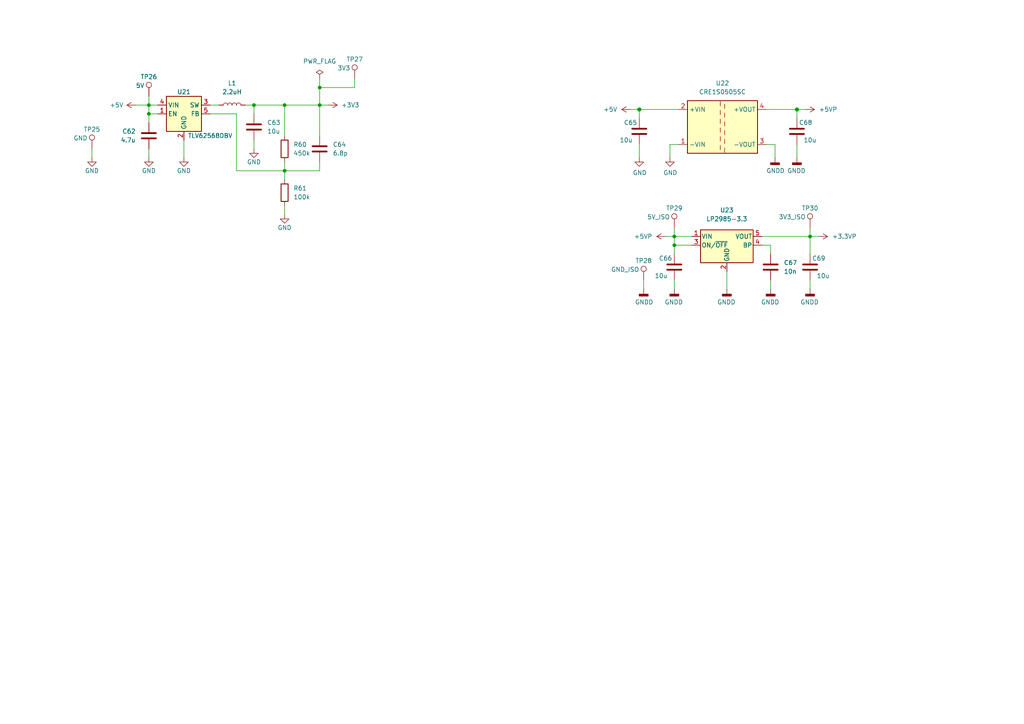
<source format=kicad_sch>
(kicad_sch (version 20211123) (generator eeschema)
  (paper "A4")
  (lib_symbols
    (symbol "Connector:TestPoint" (pin_numbers hide) (pin_names (offset 0.762) hide)
      (property "Reference" "TP" (at 0 6.858 0))
      (property "Value" "TestPoint" (at 0 5.08 0))
      (symbol "TestPoint_0_1"
        (circle (center 0 3.302) (radius 0.762))
      )
      (symbol "TestPoint_1_1"
        (pin passive line (at 0 0 90) (length 2.54) (name "1") (number "1"))
      )
    )
    (symbol "Device:C" (pin_numbers hide) (pin_names (offset 0.254))
      (property "Reference" "C" (at 0.635 2.54 0))
      (property "Value" "C" (at 0.635 -2.54 0))
      (symbol "C_0_1"
        (polyline (pts (xy -2.032 -0.762) (xy 2.032 -0.762)) (stroke (width 0.508)))
        (polyline (pts (xy -2.032 0.762) (xy 2.032 0.762)) (stroke (width 0.508)))
      )
      (symbol "C_1_1"
        (pin passive line (at 0 3.81 270) (length 2.794) (name "~") (number "1"))
        (pin passive line (at 0 -3.81 90) (length 2.794) (name "~") (number "2"))
      )
    )
    (symbol "Device:L" (pin_numbers hide) (pin_names (offset 1.016) hide)
      (property "Reference" "L" (at -1.27 0 90))
      (property "Value" "L" (at 1.905 0 90))
      (symbol "L_0_1"
        (arc (start 0 -2.54) (mid 0.635 -1.905) (end 0 -1.27))
        (arc (start 0 -1.27) (mid 0.635 -0.635) (end 0 0))
        (arc (start 0 0) (mid 0.635 0.635) (end 0 1.27))
        (arc (start 0 1.27) (mid 0.635 1.905) (end 0 2.54))
      )
      (symbol "L_1_1"
        (pin passive line (at 0 3.81 270) (length 1.27) (name "1") (number "1"))
        (pin passive line (at 0 -3.81 90) (length 1.27) (name "2") (number "2"))
      )
    )
    (symbol "Device:R" (pin_numbers hide) (pin_names (offset 0))
      (property "Reference" "R" (at 2.032 0 90))
      (property "Value" "R" (at 0 0 90))
      (symbol "R_0_1"
        (rectangle (start -1.016 -2.54) (end 1.016 2.54) (stroke (width 0.254)))
      )
      (symbol "R_1_1"
        (pin passive line (at 0 3.81 270) (length 1.27) (name "~") (number "1"))
        (pin passive line (at 0 -3.81 90) (length 1.27) (name "~") (number "2"))
      )
    )
    (symbol "Regulator_Linear:LP2985-3.3" (pin_names (offset 0.254))
      (property "Reference" "U" (at -6.35 5.715 0))
      (property "Value" "LP2985-3.3" (at 0 5.715 0))
      (symbol "LP2985-3.3_0_1"
        (rectangle (start -7.62 -5.08) (end 7.62 4.445) (stroke (width 0.254)) (fill (type background)))
      )
      (symbol "LP2985-3.3_1_1"
        (pin power_in line (at -10.16 2.54 0) (length 2.54) (name "VIN") (number "1"))
        (pin power_in line (at 0 -7.62 90) (length 2.54) (name "GND") (number "2"))
        (pin input line (at -10.16 0 0) (length 2.54) (name "ON/~{OFF}") (number "3"))
        (pin input line (at 10.16 0 180) (length 2.54) (name "BP") (number "4"))
        (pin power_out line (at 10.16 2.54 180) (length 2.54) (name "VOUT") (number "5"))
      )
    )
    (symbol "Regulator_Switching:CRE1S0505SC"
      (property "Reference" "U" (at -8.89 8.89 0))
      (property "Value" "CRE1S0505SC" (at 2.54 8.89 0))
      (symbol "CRE1S0505SC_0_1"
        (rectangle (start -10.16 7.62) (end 10.16 -7.62) (stroke (width 0.254)) (fill (type background)))
        (polyline (pts (xy -0.635 -5.334) (xy -0.635 -6.604)))
        (polyline (pts (xy -0.635 -2.794) (xy -0.635 -4.064)))
        (polyline (pts (xy -0.635 -0.254) (xy -0.635 -1.524)))
        (polyline (pts (xy -0.635 2.286) (xy -0.635 1.016)))
        (polyline (pts (xy -0.635 4.826) (xy -0.635 3.556)))
        (polyline (pts (xy -0.635 7.366) (xy -0.635 6.096)))
        (polyline (pts (xy 0.635 -7.366) (xy 0.635 -6.096)))
        (polyline (pts (xy 0.635 -4.826) (xy 0.635 -3.556)))
        (polyline (pts (xy 0.635 -2.286) (xy 0.635 -1.016)))
        (polyline (pts (xy 0.635 0.254) (xy 0.635 1.524)))
        (polyline (pts (xy 0.635 2.794) (xy 0.635 4.064)))
        (polyline (pts (xy 0.635 5.334) (xy 0.635 6.604)))
      )
      (symbol "CRE1S0505SC_1_1"
        (pin power_in line (at -12.7 -5.08 0) (length 2.54) (name "-VIN") (number "1"))
        (pin power_in line (at -12.7 5.08 0) (length 2.54) (name "+VIN") (number "2"))
        (pin power_out line (at 12.7 -5.08 180) (length 2.54) (name "-VOUT") (number "3"))
        (pin power_out line (at 12.7 5.08 180) (length 2.54) (name "+VOUT") (number "4"))
      )
    )
    (symbol "Regulator_Switching:TLV62568DBV"
      (property "Reference" "U" (at -5.08 6.35 0))
      (property "Value" "TLV62568DBV" (at 0 6.35 0))
      (symbol "TLV62568DBV_0_1"
        (rectangle (start -5.08 5.08) (end 5.08 -5.08) (stroke (width 0.254)) (fill (type background)))
      )
      (symbol "TLV62568DBV_1_1"
        (pin input line (at -7.62 0 0) (length 2.54) (name "EN") (number "1"))
        (pin power_in line (at 0 -7.62 90) (length 2.54) (name "GND") (number "2"))
        (pin power_out line (at 7.62 2.54 180) (length 2.54) (name "SW") (number "3"))
        (pin power_in line (at -7.62 2.54 0) (length 2.54) (name "VIN") (number "4"))
        (pin input line (at 7.62 0 180) (length 2.54) (name "FB") (number "5"))
      )
    )
    (symbol "power:+3.3VP" (power) (pin_names (offset 0))
      (property "Value" "+3.3VP" (at 0 2.54 0))
      (symbol "+3.3VP_0_0"
        (pin power_in line (at 0 0 90) (length 0) hide (name "+3.3VP") (number "1"))
      )
      (symbol "+3.3VP_0_1"
        (polyline (pts (xy -0.762 1.27) (xy 0 2.54)))
        (polyline (pts (xy 0 0) (xy 0 2.54)))
        (polyline (pts (xy 0 2.54) (xy 0.762 1.27)))
      )
    )
    (symbol "power:+3V3" (power) (pin_names (offset 0))
      (property "Value" "+3V3" (at 0 3.556 0))
      (symbol "+3V3_0_1"
        (polyline (pts (xy -0.762 1.27) (xy 0 2.54)))
        (polyline (pts (xy 0 0) (xy 0 2.54)))
        (polyline (pts (xy 0 2.54) (xy 0.762 1.27)))
      )
      (symbol "+3V3_1_1"
        (pin power_in line (at 0 0 90) (length 0) hide (name "+3V3") (number "1"))
      )
    )
    (symbol "power:+5V" (power) (pin_names (offset 0))
      (property "Value" "+5V" (at 0 3.556 0))
      (symbol "+5V_0_1"
        (polyline (pts (xy -0.762 1.27) (xy 0 2.54)))
        (polyline (pts (xy 0 0) (xy 0 2.54)))
        (polyline (pts (xy 0 2.54) (xy 0.762 1.27)))
      )
      (symbol "+5V_1_1"
        (pin power_in line (at 0 0 90) (length 0) hide (name "+5V") (number "1"))
      )
    )
    (symbol "power:+5VP" (power) (pin_names (offset 0))
      (property "Value" "+5VP" (at 0 3.556 0))
      (symbol "+5VP_0_1"
        (polyline (pts (xy -0.762 1.27) (xy 0 2.54)))
        (polyline (pts (xy 0 0) (xy 0 2.54)))
        (polyline (pts (xy 0 2.54) (xy 0.762 1.27)))
      )
      (symbol "+5VP_1_1"
        (pin power_in line (at 0 0 90) (length 0) hide (name "+5VP") (number "1"))
      )
    )
    (symbol "power:GND" (power) (pin_names (offset 0))
      (property "Value" "GND" (at 0 -3.81 0))
      (symbol "GND_0_1"
        (polyline (pts (xy 0 0) (xy 0 -1.27) (xy 1.27 -1.27) (xy 0 -2.54) (xy -1.27 -1.27) (xy 0 -1.27)))
      )
      (symbol "GND_1_1"
        (pin power_in line (at 0 0 270) (length 0) hide (name "GND") (number "1"))
      )
    )
    (symbol "power:GNDD" (power) (pin_names (offset 0))
      (property "Value" "GNDD" (at 0 -3.175 0))
      (symbol "GNDD_0_1"
        (rectangle (start -1.27 -1.524) (end 1.27 -2.032) (stroke (width 0.254)) (fill (type outline)))
        (polyline (pts (xy 0 0) (xy 0 -1.524)))
      )
      (symbol "GNDD_1_1"
        (pin power_in line (at 0 0 270) (length 0) hide (name "GNDD") (number "1"))
      )
    )
    (symbol "power:PWR_FLAG" (power) (pin_numbers hide) (pin_names (offset 0) hide)
      (property "Value" "PWR_FLAG" (at 0 3.81 0))
      (symbol "PWR_FLAG_0_0"
        (pin power_out line (at 0 0 90) (length 0) (name "pwr") (number "1"))
      )
      (symbol "PWR_FLAG_0_1"
        (polyline (pts (xy 0 0) (xy 0 1.27) (xy -1.016 1.905) (xy 0 2.54) (xy 1.016 1.905) (xy 0 1.27)))
      )
    )
  )
  (junction (at 92.71 25.4) (diameter 0.9144))
  (junction (at 185.42 31.75) (diameter 1.016))
  (junction (at 82.55 49.53) (diameter 0.9144))
  (junction (at 82.55 30.48) (diameter 0.9144))
  (junction (at 43.18 30.48) (diameter 0.9144))
  (junction (at 92.71 30.48) (diameter 0.9144))
  (junction (at 73.66 30.48) (diameter 0.9144))
  (junction (at 195.58 68.58) (diameter 0.9144))
  (junction (at 43.18 33.02) (diameter 0.9144))
  (junction (at 195.58 71.12) (diameter 0.9144))
  (junction (at 234.95 68.58) (diameter 0.9144))
  (junction (at 231.14 31.75) (diameter 1.016))
  (wire (pts (xy 234.95 66.04) (xy 234.95 68.58)))
  (wire (pts (xy 224.79 45.72) (xy 224.79 41.91)))
  (wire (pts (xy 186.69 81.28) (xy 186.69 83.82)))
  (wire (pts (xy 92.71 30.48) (xy 92.71 39.37)))
  (wire (pts (xy 210.82 78.74) (xy 210.82 83.82)))
  (wire (pts (xy 220.98 71.12) (xy 223.52 71.12)))
  (wire (pts (xy 223.52 71.12) (xy 223.52 73.66)))
  (wire (pts (xy 194.31 45.72) (xy 194.31 41.91)))
  (wire (pts (xy 92.71 30.48) (xy 95.25 30.48)))
  (wire (pts (xy 92.71 25.4) (xy 102.87 25.4)))
  (wire (pts (xy 102.87 22.86) (xy 102.87 25.4)))
  (wire (pts (xy 231.14 31.75) (xy 231.14 34.29)))
  (wire (pts (xy 194.31 41.91) (xy 196.85 41.91)))
  (wire (pts (xy 195.58 81.28) (xy 195.58 83.82)))
  (wire (pts (xy 234.95 81.28) (xy 234.95 83.82)))
  (wire (pts (xy 233.68 31.75) (xy 231.14 31.75)))
  (wire (pts (xy 195.58 68.58) (xy 195.58 71.12)))
  (wire (pts (xy 39.37 30.48) (xy 43.18 30.48)))
  (wire (pts (xy 73.66 30.48) (xy 73.66 33.02)))
  (wire (pts (xy 185.42 45.72) (xy 185.42 41.91)))
  (wire (pts (xy 224.79 41.91) (xy 222.25 41.91)))
  (wire (pts (xy 82.55 46.99) (xy 82.55 49.53)))
  (wire (pts (xy 220.98 68.58) (xy 234.95 68.58)))
  (wire (pts (xy 182.88 31.75) (xy 185.42 31.75)))
  (wire (pts (xy 92.71 22.86) (xy 92.71 25.4)))
  (wire (pts (xy 92.71 25.4) (xy 92.71 30.48)))
  (wire (pts (xy 193.04 68.58) (xy 195.58 68.58)))
  (wire (pts (xy 82.55 30.48) (xy 92.71 30.48)))
  (wire (pts (xy 195.58 66.04) (xy 195.58 68.58)))
  (wire (pts (xy 222.25 31.75) (xy 231.14 31.75)))
  (wire (pts (xy 43.18 43.18) (xy 43.18 45.72)))
  (wire (pts (xy 68.58 33.02) (xy 68.58 49.53)))
  (wire (pts (xy 43.18 33.02) (xy 43.18 35.56)))
  (wire (pts (xy 195.58 71.12) (xy 195.58 73.66)))
  (wire (pts (xy 68.58 49.53) (xy 82.55 49.53)))
  (wire (pts (xy 185.42 34.29) (xy 185.42 31.75)))
  (wire (pts (xy 73.66 40.64) (xy 73.66 43.18)))
  (wire (pts (xy 43.18 33.02) (xy 43.18 30.48)))
  (wire (pts (xy 60.96 33.02) (xy 68.58 33.02)))
  (wire (pts (xy 43.18 27.94) (xy 43.18 30.48)))
  (wire (pts (xy 82.55 59.69) (xy 82.55 62.23)))
  (wire (pts (xy 185.42 31.75) (xy 196.85 31.75)))
  (wire (pts (xy 60.96 30.48) (xy 63.5 30.48)))
  (wire (pts (xy 234.95 68.58) (xy 234.95 73.66)))
  (wire (pts (xy 92.71 49.53) (xy 92.71 46.99)))
  (wire (pts (xy 223.52 81.28) (xy 223.52 83.82)))
  (wire (pts (xy 82.55 30.48) (xy 82.55 39.37)))
  (wire (pts (xy 231.14 45.72) (xy 231.14 41.91)))
  (wire (pts (xy 45.72 33.02) (xy 43.18 33.02)))
  (wire (pts (xy 71.12 30.48) (xy 73.66 30.48)))
  (wire (pts (xy 234.95 68.58) (xy 237.49 68.58)))
  (wire (pts (xy 82.55 49.53) (xy 92.71 49.53)))
  (wire (pts (xy 200.66 68.58) (xy 195.58 68.58)))
  (wire (pts (xy 53.34 40.64) (xy 53.34 45.72)))
  (wire (pts (xy 26.67 43.18) (xy 26.67 45.72)))
  (wire (pts (xy 195.58 71.12) (xy 200.66 71.12)))
  (wire (pts (xy 43.18 30.48) (xy 45.72 30.48)))
  (wire (pts (xy 73.66 30.48) (xy 82.55 30.48)))
  (wire (pts (xy 82.55 49.53) (xy 82.55 52.07)))
  (symbol (lib_id "Regulator_Linear:LP2985-3.3") (at 210.82 71.12 0) (unit 1)
    (property "Reference" "U23" (at 210.82 60.96 0))
    (property "Value" "LP2985-3.3" (at 210.82 63.5 0))
    (property "Footprint" "Package_TO_SOT_SMD:SOT-23-5" (effects hide))
    (property "Datasheet" "http://www.ti.com/lit/ds/symlink/lp2985.pdf" (effects hide))
  )
  (symbol (lib_id "power:GNDD") (at 210.82 83.82 0) (unit 1)
    (property "Reference" "#PWR0176" (effects hide))
    (property "Value" "GNDD" (at 213.36 87.63 0) (effects (justify right)))
  )
  (symbol (lib_id "power:GNDD") (at 234.95 83.82 0) (unit 1)
    (property "Reference" "#PWR0181" (effects hide))
    (property "Value" "GNDD" (at 237.49 87.63 0) (effects (justify right)))
  )
  (symbol (lib_id "Regulator_Switching:TLV62568DBV") (at 53.34 33.02 0) (unit 1)
    (property "Reference" "U21" (at 53.34 26.67 0))
    (property "Value" "TLV62568DBV" (at 60.96 39.37 0))
    (property "Footprint" "Package_TO_SOT_SMD:SOT-23-5" (effects hide))
    (property "Datasheet" "http://www.ti.com/lit/ds/symlink/tlv62568.pdf" (effects hide))
  )
  (symbol (lib_id "Device:L") (at 67.31 30.48 90) (unit 1)
    (property "Reference" "L1" (at 67.31 24.13 90))
    (property "Value" "2.2uH" (at 67.31 26.67 90))
    (property "Footprint" "Inductor_SMD:L_Taiyo-Yuden_NR-30xx" (effects hide))
    (property "Part number" "NR3012T2R2M" (effects hide))
  )
  (symbol (lib_id "Device:R") (at 82.55 43.18 0) (unit 1)
    (property "Reference" "R60" (at 85.09 41.9099 0) (effects (justify left)))
    (property "Value" "450k" (at 85.09 44.4499 0) (effects (justify left)))
    (property "Footprint" "Resistor_SMD:R_0402_1005Metric" (effects hide))
  )
  (symbol (lib_id "Connector:TestPoint") (at 102.87 22.86 0) (mirror y) (unit 1)
    (property "Reference" "TP27" (at 102.87 17.2084 0))
    (property "Value" "3V3" (at 101.6 19.7484 0) (effects (justify left)))
    (property "Footprint" "TestPoint:TestPoint_Pad_D1.0mm" (effects hide))
  )
  (symbol (lib_id "Device:C") (at 185.42 38.1 0) (mirror y) (unit 1)
    (property "Reference" "C65" (at 182.88 35.56 0))
    (property "Value" "10u" (at 181.61 40.64 0))
    (property "Footprint" "Capacitor_SMD:C_0603_1608Metric" (effects hide))
    (property "Part Number" "CC0603KRX5R6BB106" (effects hide))
  )
  (symbol (lib_id "power:GNDD") (at 231.14 45.72 0) (unit 1)
    (property "Reference" "#PWR0179" (effects hide))
    (property "Value" "GNDD" (at 233.68 49.53 0) (effects (justify right)))
  )
  (symbol (lib_id "power:+5V") (at 39.37 30.48 90) (unit 1)
    (property "Reference" "#PWR0164" (effects hide))
    (property "Value" "+5V" (at 31.75 30.4799 90) (effects (justify right)))
  )
  (symbol (lib_id "Device:C") (at 92.71 43.18 0) (unit 1)
    (property "Reference" "C64" (at 96.52 41.9099 0) (effects (justify left)))
    (property "Value" "6.8p" (at 96.52 44.4499 0) (effects (justify left)))
    (property "Footprint" "Capacitor_SMD:C_0402_1005Metric" (effects hide))
  )
  (symbol (lib_id "power:+3.3VP") (at 237.49 68.58 270) (unit 1)
    (property "Reference" "#PWR0182" (effects hide))
    (property "Value" "+3.3VP" (at 241.3 68.5799 90) (effects (justify left)))
  )
  (symbol (lib_id "Device:C") (at 43.18 39.37 0) (mirror x) (unit 1)
    (property "Reference" "C62" (at 39.37 38.0999 0) (effects (justify right)))
    (property "Value" "4.7u" (at 39.37 40.6399 0) (effects (justify right)))
    (property "Footprint" "Capacitor_SMD:C_0603_1608Metric" (effects hide))
  )
  (symbol (lib_id "power:GND") (at 185.42 45.72 0) (unit 1)
    (property "Reference" "#PWR0171" (effects hide))
    (property "Value" "GND" (at 185.547 50.1142 0))
  )
  (symbol (lib_id "Device:C") (at 234.95 77.47 0) (unit 1)
    (property "Reference" "C69" (at 237.49 74.93 0))
    (property "Value" "10u" (at 238.76 80.01 0))
    (property "Footprint" "Capacitor_SMD:C_0603_1608Metric" (effects hide))
    (property "Part Number" "CC0603KRX5R6BB106" (effects hide))
  )
  (symbol (lib_id "Connector:TestPoint") (at 195.58 66.04 0) (mirror y) (unit 1)
    (property "Reference" "TP29" (at 195.58 60.3884 0))
    (property "Value" "5V_ISO" (at 194.31 62.9284 0) (effects (justify left)))
    (property "Footprint" "TestPoint:TestPoint_Pad_D1.0mm" (effects hide))
  )
  (symbol (lib_id "Connector:TestPoint") (at 234.95 66.04 0) (mirror y) (unit 1)
    (property "Reference" "TP30" (at 234.95 60.3884 0))
    (property "Value" "3V3_ISO" (at 233.68 62.9284 0) (effects (justify left)))
    (property "Footprint" "TestPoint:TestPoint_Pad_D1.0mm" (effects hide))
  )
  (symbol (lib_id "Regulator_Switching:CRE1S0505SC") (at 209.55 36.83 0) (unit 1)
    (property "Reference" "U22" (at 209.55 24.13 0))
    (property "Value" "CRE1S0505SC" (at 209.55 26.67 0))
    (property "Footprint" "Converter_DCDC:Converter_DCDC_Murata_CRE1xxxxxxSC_THT" (effects hide))
    (property "Datasheet" "http://power.murata.com/datasheet?/data/power/ncl/kdc_cre1.pdf" (effects hide))
  )
  (symbol (lib_id "power:GND") (at 73.66 43.18 0) (unit 1)
    (property "Reference" "#PWR0167" (effects hide))
    (property "Value" "GND" (at 73.66 46.99 0))
  )
  (symbol (lib_id "Device:C") (at 231.14 38.1 0) (unit 1)
    (property "Reference" "C68" (at 233.68 35.56 0))
    (property "Value" "10u" (at 234.95 40.64 0))
    (property "Footprint" "Capacitor_SMD:C_0603_1608Metric" (effects hide))
    (property "Part Number" "CC0603KRX5R6BB106" (effects hide))
  )
  (symbol (lib_id "Connector:TestPoint") (at 26.67 43.18 0) (mirror y) (unit 1)
    (property "Reference" "TP25" (at 26.67 37.5284 0))
    (property "Value" "GND" (at 25.4 40.0684 0) (effects (justify left)))
    (property "Footprint" "TestPoint:TestPoint_Pad_D1.0mm" (effects hide))
  )
  (symbol (lib_id "power:+3V3") (at 95.25 30.48 270) (unit 1)
    (property "Reference" "#PWR0169" (effects hide))
    (property "Value" "+3V3" (at 101.6 30.48 90))
  )
  (symbol (lib_id "power:GND") (at 26.67 45.72 0) (unit 1)
    (property "Reference" "#PWR0163" (effects hide))
    (property "Value" "GND" (at 26.67 49.53 0))
  )
  (symbol (lib_id "power:GNDD") (at 195.58 83.82 0) (unit 1)
    (property "Reference" "#PWR0175" (effects hide))
    (property "Value" "GNDD" (at 198.12 87.63 0) (effects (justify right)))
  )
  (symbol (lib_id "power:GNDD") (at 223.52 83.82 0) (unit 1)
    (property "Reference" "#PWR0177" (effects hide))
    (property "Value" "GNDD" (at 226.06 87.63 0) (effects (justify right)))
  )
  (symbol (lib_id "power:GND") (at 194.31 45.72 0) (unit 1)
    (property "Reference" "#PWR0174" (effects hide))
    (property "Value" "GND" (at 194.437 50.1142 0))
  )
  (symbol (lib_id "power:GNDD") (at 186.69 83.82 0) (mirror y) (unit 1)
    (property "Reference" "#PWR0172" (effects hide))
    (property "Value" "GNDD" (at 184.15 87.63 0) (effects (justify right)))
  )
  (symbol (lib_id "power:+5VP") (at 233.68 31.75 270) (unit 1)
    (property "Reference" "#PWR0180" (effects hide))
    (property "Value" "+5VP" (at 237.49 31.75 90) (effects (justify left)))
  )
  (symbol (lib_id "power:+5VP") (at 193.04 68.58 90) (unit 1)
    (property "Reference" "#PWR0173" (effects hide))
    (property "Value" "+5VP" (at 189.23 68.58 90) (effects (justify left)))
  )
  (symbol (lib_id "Device:R") (at 82.55 55.88 0) (unit 1)
    (property "Reference" "R61" (at 85.09 54.6099 0) (effects (justify left)))
    (property "Value" "100k" (at 85.09 57.1499 0) (effects (justify left)))
    (property "Footprint" "Resistor_SMD:R_0402_1005Metric" (effects hide))
  )
  (symbol (lib_id "Device:C") (at 73.66 36.83 0) (unit 1)
    (property "Reference" "C63" (at 77.47 35.5599 0) (effects (justify left)))
    (property "Value" "10u" (at 77.47 38.0999 0) (effects (justify left)))
    (property "Footprint" "Capacitor_SMD:C_0603_1608Metric" (effects hide))
  )
  (symbol (lib_id "power:GND") (at 53.34 45.72 0) (unit 1)
    (property "Reference" "#PWR0166" (effects hide))
    (property "Value" "GND" (at 53.34 49.53 0))
  )
  (symbol (lib_id "Connector:TestPoint") (at 186.69 81.28 0) (mirror y) (unit 1)
    (property "Reference" "TP28" (at 186.69 75.6284 0))
    (property "Value" "GND_ISO" (at 185.42 78.1684 0) (effects (justify left)))
    (property "Footprint" "TestPoint:TestPoint_Pad_D1.0mm" (effects hide))
  )
  (symbol (lib_id "power:PWR_FLAG") (at 92.71 22.86 0) (unit 1)
    (property "Reference" "#FLG06" (effects hide))
    (property "Value" "PWR_FLAG" (at 92.71 17.78 0))
  )
  (symbol (lib_id "power:+5V") (at 182.88 31.75 90) (unit 1)
    (property "Reference" "#PWR0170" (effects hide))
    (property "Value" "+5V" (at 179.07 31.75 90) (effects (justify left)))
  )
  (symbol (lib_id "power:GNDD") (at 224.79 45.72 0) (mirror y) (unit 1)
    (property "Reference" "#PWR0178" (effects hide))
    (property "Value" "GNDD" (at 222.25 49.53 0) (effects (justify right)))
  )
  (symbol (lib_id "power:GND") (at 82.55 62.23 0) (unit 1)
    (property "Reference" "#PWR0168" (effects hide))
    (property "Value" "GND" (at 82.55 66.04 0))
  )
  (symbol (lib_id "Connector:TestPoint") (at 43.18 27.94 0) (mirror y) (unit 1)
    (property "Reference" "TP26" (at 43.18 22.2884 0))
    (property "Value" "5V" (at 41.91 24.8284 0) (effects (justify left)))
    (property "Footprint" "TestPoint:TestPoint_Pad_D1.0mm" (effects hide))
  )
  (symbol (lib_id "power:GND") (at 43.18 45.72 0) (unit 1)
    (property "Reference" "#PWR0165" (effects hide))
    (property "Value" "GND" (at 43.18 49.53 0))
  )
  (symbol (lib_id "Device:C") (at 195.58 77.47 0) (mirror y) (unit 1)
    (property "Reference" "C66" (at 193.04 74.93 0))
    (property "Value" "10u" (at 191.77 80.01 0))
    (property "Footprint" "Capacitor_SMD:C_0603_1608Metric" (effects hide))
    (property "Part Number" "CC0603KRX5R6BB106" (effects hide))
  )
  (symbol (lib_id "Device:C") (at 223.52 77.47 0) (unit 1)
    (property "Reference" "C67" (at 227.33 76.1999 0) (effects (justify left)))
    (property "Value" "10n" (at 227.33 78.7399 0) (effects (justify left)))
    (property "Footprint" "Capacitor_SMD:C_0402_1005Metric" (effects hide))
  )
)
</source>
